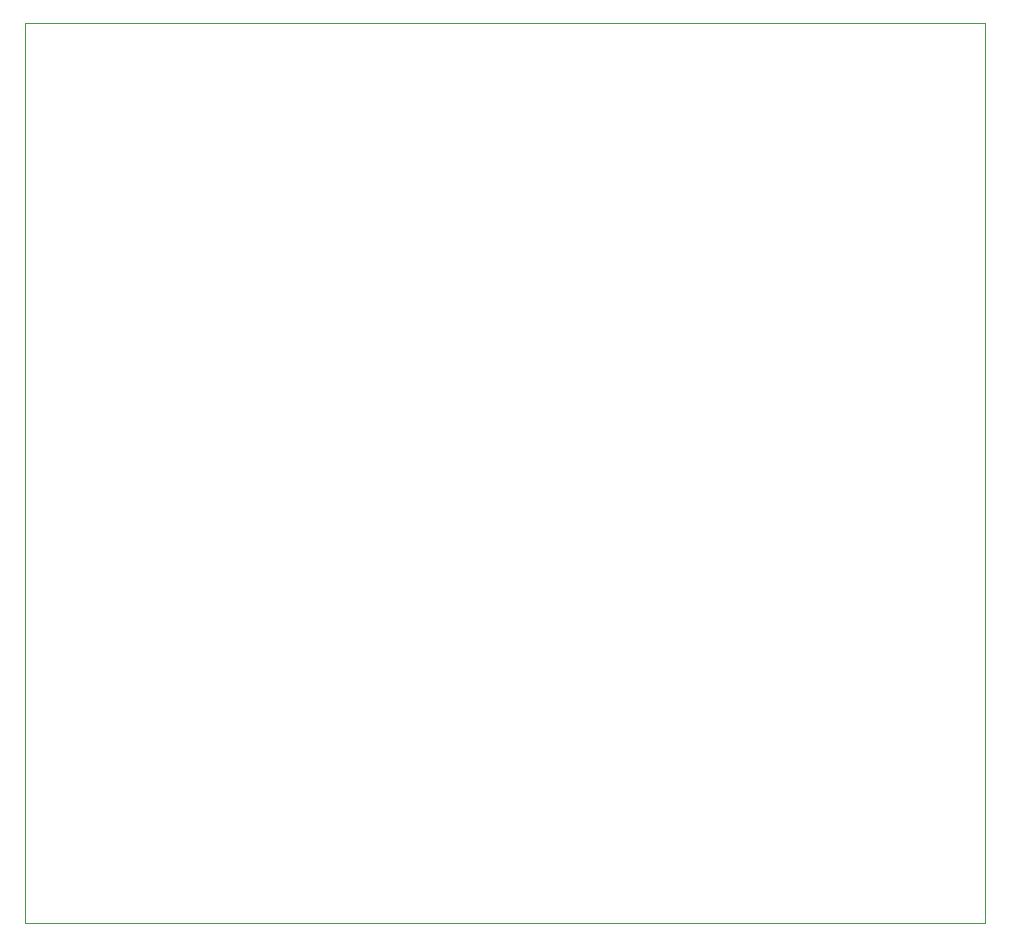
<source format=gbr>
%TF.GenerationSoftware,KiCad,Pcbnew,(6.0.4)*%
%TF.CreationDate,2025-03-27T00:11:59-07:00*%
%TF.ProjectId,led-goals,6c65642d-676f-4616-9c73-2e6b69636164,rev?*%
%TF.SameCoordinates,Original*%
%TF.FileFunction,Profile,NP*%
%FSLAX46Y46*%
G04 Gerber Fmt 4.6, Leading zero omitted, Abs format (unit mm)*
G04 Created by KiCad (PCBNEW (6.0.4)) date 2025-03-27 00:11:59*
%MOMM*%
%LPD*%
G01*
G04 APERTURE LIST*
%TA.AperFunction,Profile*%
%ADD10C,0.100000*%
%TD*%
G04 APERTURE END LIST*
D10*
X50800000Y-43180000D02*
X132080000Y-43180000D01*
X132080000Y-43180000D02*
X132080000Y-119380000D01*
X132080000Y-119380000D02*
X50800000Y-119380000D01*
X50800000Y-119380000D02*
X50800000Y-43180000D01*
M02*

</source>
